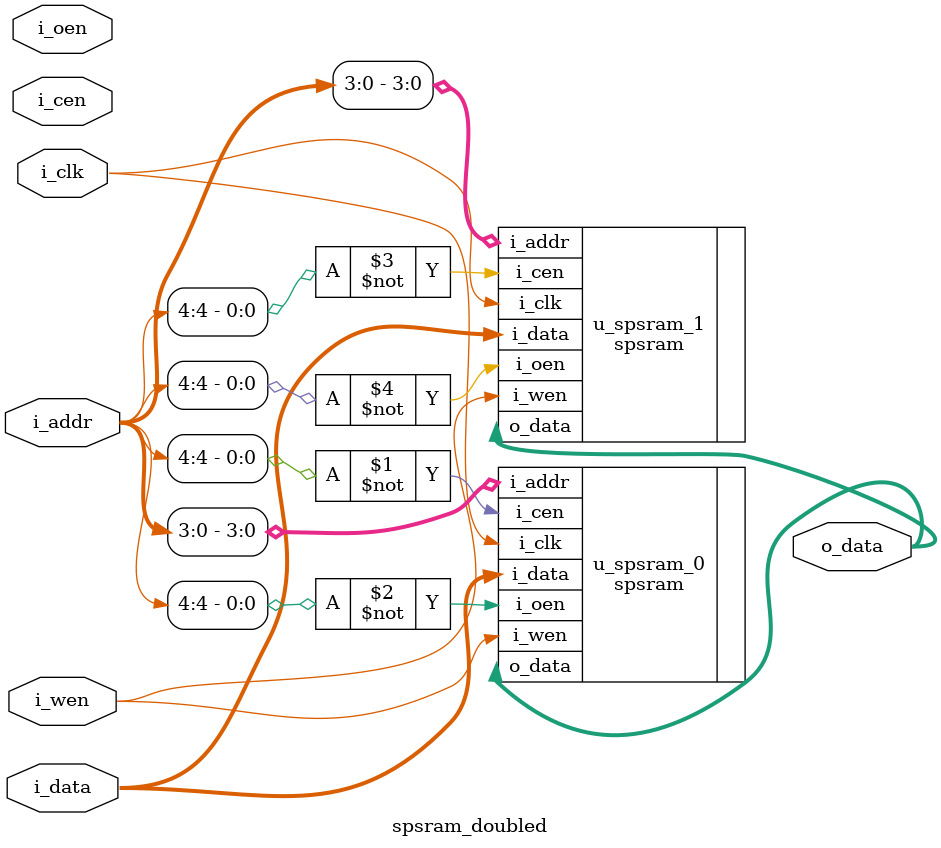
<source format=v>

`include	"spsram.v"

module spsram_doubled
(
	output [31:0]	o_data,
	input  [31:0]	i_data,
	input  [4:0]    i_addr,
	input 			i_cen,
	input    		i_wen,
	input 			i_oen,
	input  			i_clk
);

	spsram
	#(
		.BW_DATA (32),
		.BW_ADDR (4 )
	)
	u_spsram_0(
		.o_data (o_data     ),
		.i_data (i_data     ),
		.i_addr (i_addr[3:0]),
		.i_cen  (~i_addr[4] ),
		.i_wen  (i_wen      ),
		.i_oen  (~i_addr[4] ),
		.i_clk  (i_clk 		)
	);
	
	spsram
	#(
		.BW_DATA (32),
		.BW_ADDR (4 )
	)
	u_spsram_1(
		.o_data (o_data     ),
		.i_data (i_data		),
		.i_addr (i_addr[3:0]),
		.i_cen  (~i_addr[4] ),
		.i_wen  (i_wen		),
		.i_oen  (~i_addr[4] ),
		.i_clk  (i_clk		)
	);

endmodule





</source>
